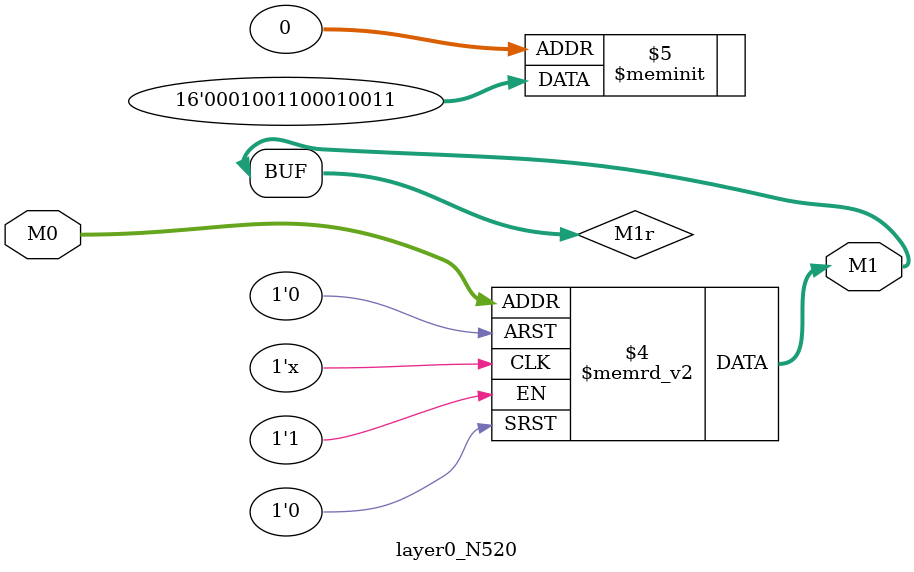
<source format=v>
module layer0_N520 ( input [2:0] M0, output [1:0] M1 );

	(*rom_style = "distributed" *) reg [1:0] M1r;
	assign M1 = M1r;
	always @ (M0) begin
		case (M0)
			3'b000: M1r = 2'b11;
			3'b100: M1r = 2'b11;
			3'b010: M1r = 2'b01;
			3'b110: M1r = 2'b01;
			3'b001: M1r = 2'b00;
			3'b101: M1r = 2'b00;
			3'b011: M1r = 2'b00;
			3'b111: M1r = 2'b00;

		endcase
	end
endmodule

</source>
